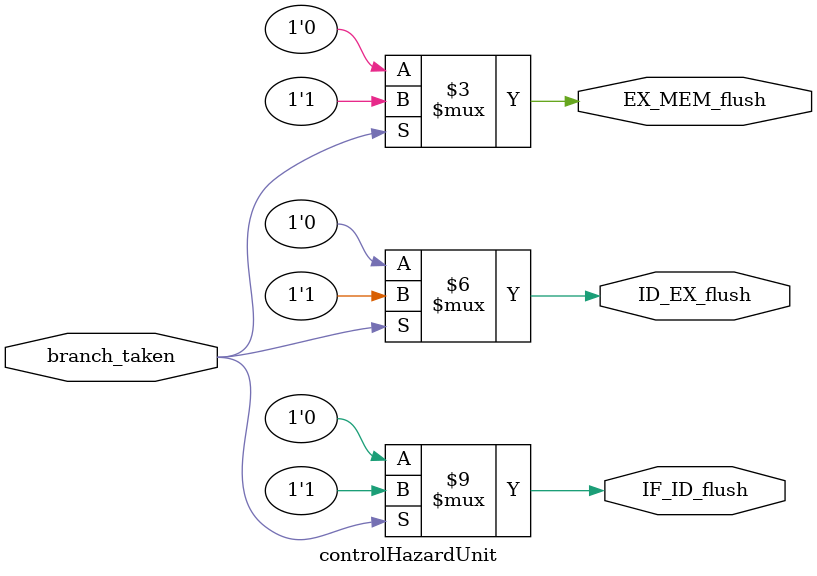
<source format=v>
/*
    Assume branch not taken
    If branch does get taken, flush out the first three pipeline registers

    More detailed explanation is given in the sample program in the report
*/

module controlHazardUnit (branch_taken, IF_ID_flush, ID_EX_flush, EX_MEM_flush);
    input branch_taken;
    output reg IF_ID_flush, ID_EX_flush, EX_MEM_flush;

    always @(*) begin
        if (branch_taken) begin
            IF_ID_flush = 1;
            ID_EX_flush = 1;
            EX_MEM_flush = 1;
        end

        else begin
          IF_ID_flush = 0;
          ID_EX_flush = 0;
          EX_MEM_flush = 0;
        end
    end
endmodule
</source>
